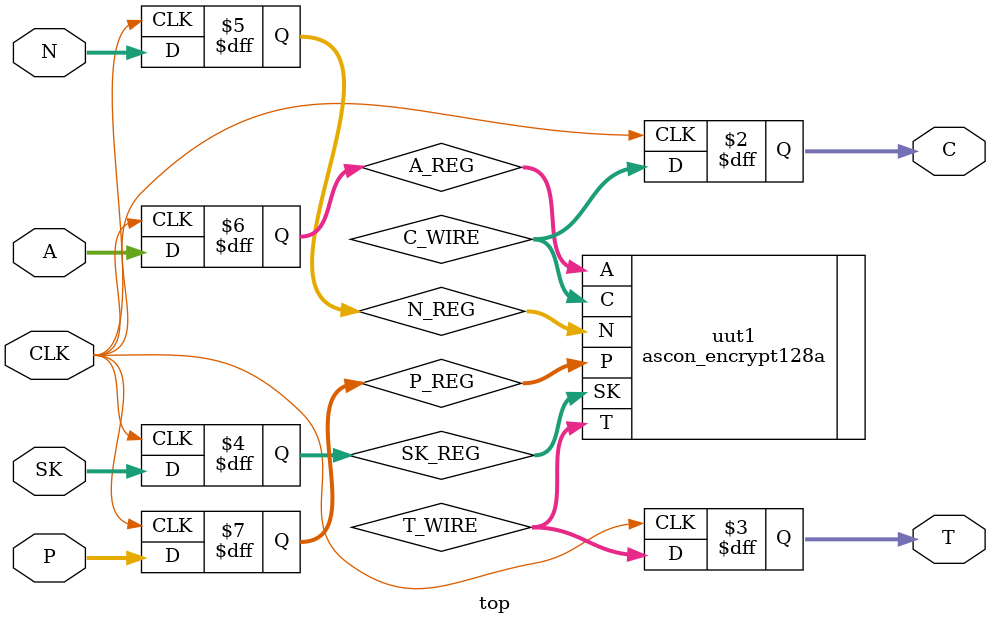
<source format=v>
`timescale 1ns / 1ps
module top(CLK, SK, N, A, P, C, T);
    input CLK;
    input [127:0] SK, N;
    input [127:0] A;
    input [127:0] P;
    output reg [127:0] C;
    output reg [127:0] T;
    
    
    reg [127:0] SK_REG, N_REG;
    reg [127:0] A_REG;
    reg [127:0] P_REG;
    wire [127:0] C_WIRE;
    wire [127:0] T_WIRE;
    
    always@(posedge CLK)begin
    SK_REG  <= SK;
    N_REG   <= N;
    A_REG   <= A;
    P_REG   <= P;
    C       <= C_WIRE;
    T       <= T_WIRE;
    end  

ascon_encrypt128a uut1(.SK(SK_REG), .N(N_REG), .A(A_REG), .P(P_REG), .C(C_WIRE), .T(T_WIRE));
     
endmodule 
</source>
